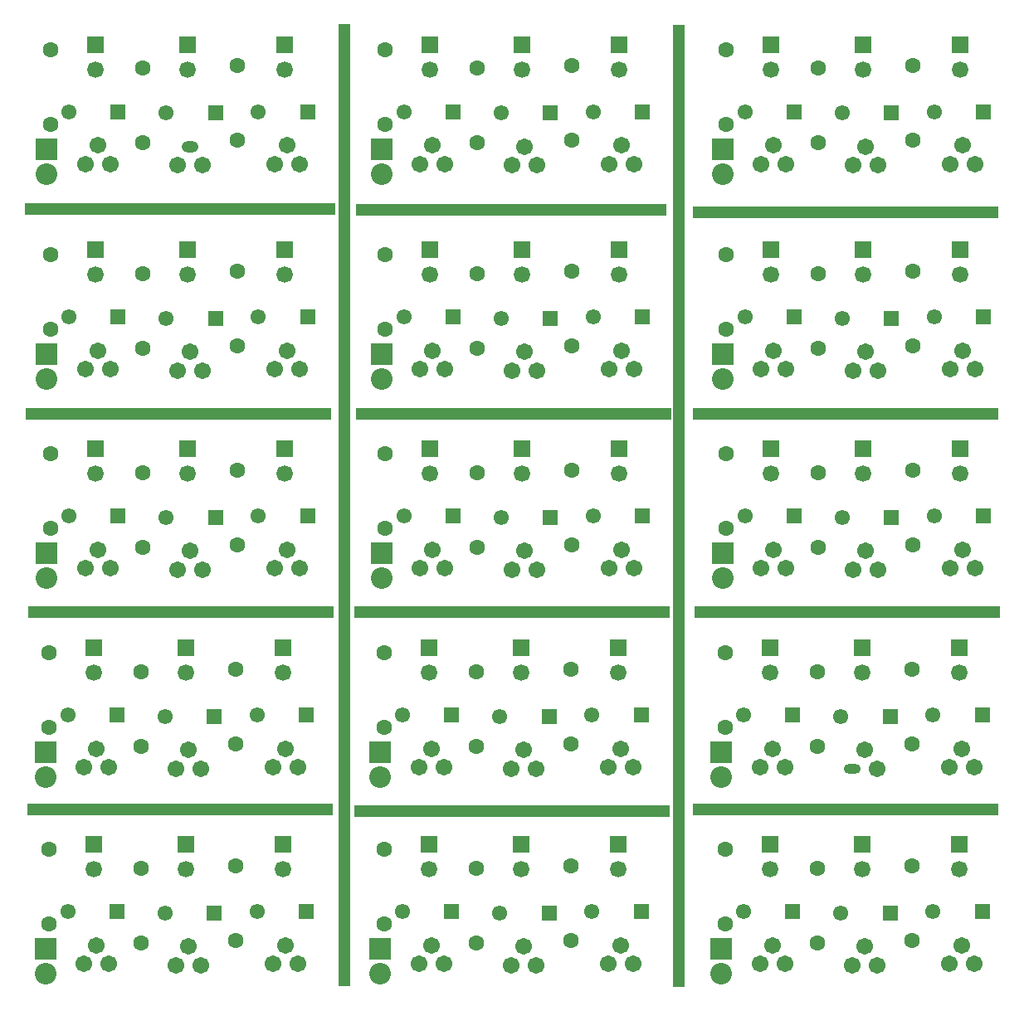
<source format=gts>
G04 Layer_Color=8388736*
%FSLAX25Y25*%
%MOIN*%
G70*
G01*
G75*
%ADD30R,0.04737X3.86627*%
%ADD31C,0.06706*%
%ADD32R,0.06115X0.06115*%
%ADD33C,0.06115*%
%ADD34C,0.08674*%
%ADD35R,0.08674X0.08674*%
%ADD36C,0.06312*%
%ADD37C,0.06627*%
%ADD38R,0.06627X0.06627*%
%ADD39O,0.06706X0.04737*%
%ADD40O,0.06706X0.04000*%
%ADD41R,1.24816X0.04737*%
%ADD42R,1.22847X0.04737*%
%ADD43R,1.26784X0.04737*%
D30*
X265000Y197500D02*
D03*
X130500Y198000D02*
D03*
D31*
X25969Y13500D02*
D03*
X30968Y21000D02*
D03*
X35969Y13500D02*
D03*
X62968Y13000D02*
D03*
X67968Y20500D02*
D03*
X72969Y13000D02*
D03*
X101969Y13500D02*
D03*
X106968Y21000D02*
D03*
X111969Y13500D02*
D03*
X373468D02*
D03*
X378468Y21000D02*
D03*
X383469Y13500D02*
D03*
X334469Y13000D02*
D03*
X339469Y20500D02*
D03*
X344468Y13000D02*
D03*
X297468Y13500D02*
D03*
X302468Y21000D02*
D03*
X307469Y13500D02*
D03*
X236469D02*
D03*
X241469Y21000D02*
D03*
X246468Y13500D02*
D03*
X197468Y13000D02*
D03*
X202468Y20500D02*
D03*
X207469Y13000D02*
D03*
X160468Y13500D02*
D03*
X165469Y21000D02*
D03*
X170468Y13500D02*
D03*
X160968Y335000D02*
D03*
X165969Y342500D02*
D03*
X170968Y335000D02*
D03*
X197968Y334500D02*
D03*
X202969Y342000D02*
D03*
X207968Y334500D02*
D03*
X236968Y335000D02*
D03*
X241968Y342500D02*
D03*
X246969Y335000D02*
D03*
X297969D02*
D03*
X302969Y342500D02*
D03*
X307968Y335000D02*
D03*
X334968Y334500D02*
D03*
X339968Y342000D02*
D03*
X344969Y334500D02*
D03*
X373969Y335000D02*
D03*
X378969Y342500D02*
D03*
X383968Y335000D02*
D03*
X102469D02*
D03*
X107468Y342500D02*
D03*
X112469Y335000D02*
D03*
X63468Y334500D02*
D03*
X73469D02*
D03*
X26469Y335000D02*
D03*
X31468Y342500D02*
D03*
X36468Y335000D02*
D03*
X160968Y252500D02*
D03*
X165969Y260000D02*
D03*
X170968Y252500D02*
D03*
X197968Y252000D02*
D03*
X202969Y259500D02*
D03*
X207968Y252000D02*
D03*
X236968Y252500D02*
D03*
X241968Y260000D02*
D03*
X246969Y252500D02*
D03*
X297969D02*
D03*
X302969Y260000D02*
D03*
X307968Y252500D02*
D03*
X334968Y252000D02*
D03*
X339968Y259500D02*
D03*
X344969Y252000D02*
D03*
X373969Y252500D02*
D03*
X378969Y260000D02*
D03*
X383968Y252500D02*
D03*
X102469D02*
D03*
X107468Y260000D02*
D03*
X112469Y252500D02*
D03*
X63468Y252000D02*
D03*
X68468Y259500D02*
D03*
X73469Y252000D02*
D03*
X26469Y252500D02*
D03*
X31468Y260000D02*
D03*
X36468Y252500D02*
D03*
X160468Y92500D02*
D03*
X165469Y100000D02*
D03*
X170468Y92500D02*
D03*
X197468Y92000D02*
D03*
X202468Y99500D02*
D03*
X207469Y92000D02*
D03*
X236469Y92500D02*
D03*
X241469Y100000D02*
D03*
X246468Y92500D02*
D03*
X297468D02*
D03*
X302468Y100000D02*
D03*
X307469Y92500D02*
D03*
X339469Y99500D02*
D03*
X344468Y92000D02*
D03*
X373468Y92500D02*
D03*
X378468Y100000D02*
D03*
X383469Y92500D02*
D03*
X101969D02*
D03*
X106968Y100000D02*
D03*
X111969Y92500D02*
D03*
X62968Y92000D02*
D03*
X67968Y99500D02*
D03*
X72969Y92000D02*
D03*
X25969Y92500D02*
D03*
X30968Y100000D02*
D03*
X35969Y92500D02*
D03*
X160968Y172500D02*
D03*
X165969Y180000D02*
D03*
X170968Y172500D02*
D03*
X197968Y172000D02*
D03*
X202969Y179500D02*
D03*
X207968Y172000D02*
D03*
X236968Y172500D02*
D03*
X241968Y180000D02*
D03*
X246969Y172500D02*
D03*
X297969D02*
D03*
X302969Y180000D02*
D03*
X307968Y172500D02*
D03*
X334968Y172000D02*
D03*
X339968Y179500D02*
D03*
X344969Y172000D02*
D03*
X373969Y172500D02*
D03*
X378969Y180000D02*
D03*
X383968Y172500D02*
D03*
X102469D02*
D03*
X107468Y180000D02*
D03*
X112469Y172500D02*
D03*
X63468Y172000D02*
D03*
X68468Y179500D02*
D03*
X73469Y172000D02*
D03*
X26469Y172500D02*
D03*
X31468Y180000D02*
D03*
X36468Y172500D02*
D03*
D32*
X39154Y34500D02*
D03*
X78311Y34000D02*
D03*
X115311Y34500D02*
D03*
X386811D02*
D03*
X349811Y34000D02*
D03*
X310653Y34500D02*
D03*
X249811Y34500D02*
D03*
X212811Y34000D02*
D03*
X173653Y34500D02*
D03*
X174153Y356000D02*
D03*
X213311Y355500D02*
D03*
X250311Y356000D02*
D03*
X311154Y356000D02*
D03*
X350311Y355500D02*
D03*
X387311Y356000D02*
D03*
X115811D02*
D03*
X78811Y355500D02*
D03*
X39654Y356000D02*
D03*
X174153Y273500D02*
D03*
X213311Y273000D02*
D03*
X250311Y273500D02*
D03*
X311154Y273500D02*
D03*
X350311Y273000D02*
D03*
X387311Y273500D02*
D03*
X115811D02*
D03*
X78811Y273000D02*
D03*
X39654Y273500D02*
D03*
X173653Y113500D02*
D03*
X212811Y113000D02*
D03*
X249811Y113500D02*
D03*
X310653Y113500D02*
D03*
X349811Y113000D02*
D03*
X386811Y113500D02*
D03*
X115311D02*
D03*
X78311Y113000D02*
D03*
X39154Y113500D02*
D03*
X174153Y193500D02*
D03*
X213311Y193000D02*
D03*
X250311Y193500D02*
D03*
X311154Y193500D02*
D03*
X350311Y193000D02*
D03*
X387311Y193500D02*
D03*
X115811D02*
D03*
X78811Y193000D02*
D03*
X39654Y193500D02*
D03*
D33*
X19468Y34500D02*
D03*
X58626Y34000D02*
D03*
X95626Y34500D02*
D03*
X367126D02*
D03*
X330126Y34000D02*
D03*
X290968Y34500D02*
D03*
X230126Y34500D02*
D03*
X193126Y34000D02*
D03*
X153969Y34500D02*
D03*
X154469Y356000D02*
D03*
X193626Y355500D02*
D03*
X230626Y356000D02*
D03*
X291469Y356000D02*
D03*
X330626Y355500D02*
D03*
X367626Y356000D02*
D03*
X96126D02*
D03*
X59126Y355500D02*
D03*
X19969Y356000D02*
D03*
X154469Y273500D02*
D03*
X193626Y273000D02*
D03*
X230626Y273500D02*
D03*
X291469Y273500D02*
D03*
X330626Y273000D02*
D03*
X367626Y273500D02*
D03*
X96126D02*
D03*
X59126Y273000D02*
D03*
X19969Y273500D02*
D03*
X153969Y113500D02*
D03*
X193126Y113000D02*
D03*
X230126Y113500D02*
D03*
X290968Y113500D02*
D03*
X330126Y113000D02*
D03*
X367126Y113500D02*
D03*
X95626D02*
D03*
X58626Y113000D02*
D03*
X19468Y113500D02*
D03*
X154469Y193500D02*
D03*
X193626Y193000D02*
D03*
X230626Y193500D02*
D03*
X291469Y193500D02*
D03*
X330626Y193000D02*
D03*
X367626Y193500D02*
D03*
X96126D02*
D03*
X59126Y193000D02*
D03*
X19969Y193500D02*
D03*
D34*
X10469Y9500D02*
D03*
X281968D02*
D03*
X144968D02*
D03*
X145468Y331000D02*
D03*
X282469D02*
D03*
X10968D02*
D03*
X145468Y248500D02*
D03*
X282469D02*
D03*
X10968D02*
D03*
X144968Y88500D02*
D03*
X281968D02*
D03*
X10469D02*
D03*
X145468Y168500D02*
D03*
X282469D02*
D03*
X10968D02*
D03*
D35*
X10469Y19500D02*
D03*
X281968D02*
D03*
X144968D02*
D03*
X145468Y341000D02*
D03*
X282469D02*
D03*
X10968D02*
D03*
X145468Y258500D02*
D03*
X282469D02*
D03*
X10968D02*
D03*
X144968Y98500D02*
D03*
X281968D02*
D03*
X10469D02*
D03*
X145468Y178500D02*
D03*
X282469D02*
D03*
X10968D02*
D03*
D36*
X11969Y29500D02*
D03*
Y59500D02*
D03*
X48968Y22000D02*
D03*
Y52000D02*
D03*
X86968Y23000D02*
D03*
Y53000D02*
D03*
X358469Y23000D02*
D03*
Y53000D02*
D03*
X320468Y22000D02*
D03*
Y52000D02*
D03*
X283469Y29500D02*
D03*
Y59500D02*
D03*
X221468Y23000D02*
D03*
Y53000D02*
D03*
X183468Y22000D02*
D03*
Y52000D02*
D03*
X146468Y29500D02*
D03*
Y59500D02*
D03*
X146968Y351000D02*
D03*
Y381000D02*
D03*
X183968Y343500D02*
D03*
Y373500D02*
D03*
X221969Y344500D02*
D03*
Y374500D02*
D03*
X283968Y351000D02*
D03*
Y381000D02*
D03*
X320969Y343500D02*
D03*
Y373500D02*
D03*
X358968Y344500D02*
D03*
Y374500D02*
D03*
X87468Y344500D02*
D03*
Y374500D02*
D03*
X49468Y343500D02*
D03*
Y373500D02*
D03*
X12468Y351000D02*
D03*
Y381000D02*
D03*
X146968Y268500D02*
D03*
Y298500D02*
D03*
X183968Y261000D02*
D03*
Y291000D02*
D03*
X221969Y262000D02*
D03*
Y292000D02*
D03*
X283968Y268500D02*
D03*
Y298500D02*
D03*
X320969Y261000D02*
D03*
Y291000D02*
D03*
X358968Y262000D02*
D03*
Y292000D02*
D03*
X87468Y262000D02*
D03*
Y292000D02*
D03*
X49468Y261000D02*
D03*
Y291000D02*
D03*
X12468Y268500D02*
D03*
Y298500D02*
D03*
X146468Y108500D02*
D03*
Y138500D02*
D03*
X183468Y101000D02*
D03*
Y131000D02*
D03*
X221468Y102000D02*
D03*
Y132000D02*
D03*
X283469Y108500D02*
D03*
Y138500D02*
D03*
X320468Y101000D02*
D03*
Y131000D02*
D03*
X358469Y102000D02*
D03*
Y132000D02*
D03*
X86968Y102000D02*
D03*
Y132000D02*
D03*
X48968Y101000D02*
D03*
Y131000D02*
D03*
X11969Y108500D02*
D03*
Y138500D02*
D03*
X146968Y188500D02*
D03*
Y218500D02*
D03*
X183968Y181000D02*
D03*
Y211000D02*
D03*
X221969Y182000D02*
D03*
Y212000D02*
D03*
X283968Y188500D02*
D03*
Y218500D02*
D03*
X320969Y181000D02*
D03*
Y211000D02*
D03*
X358968Y182000D02*
D03*
Y212000D02*
D03*
X87468Y182000D02*
D03*
Y212000D02*
D03*
X49468Y181000D02*
D03*
Y211000D02*
D03*
X12468Y188500D02*
D03*
Y218500D02*
D03*
D37*
X29969Y51500D02*
D03*
X66969D02*
D03*
X105968D02*
D03*
X377468D02*
D03*
X338469D02*
D03*
X301468D02*
D03*
X240469D02*
D03*
X201468D02*
D03*
X164469D02*
D03*
X164969Y373000D02*
D03*
X201969D02*
D03*
X240968D02*
D03*
X301969D02*
D03*
X338968D02*
D03*
X377969D02*
D03*
X106468D02*
D03*
X67469D02*
D03*
X30468D02*
D03*
X164969Y290500D02*
D03*
X201969D02*
D03*
X240968D02*
D03*
X301969D02*
D03*
X338968D02*
D03*
X377969D02*
D03*
X106468D02*
D03*
X67469D02*
D03*
X30468D02*
D03*
X164469Y130500D02*
D03*
X201468D02*
D03*
X240469D02*
D03*
X301468D02*
D03*
X338469D02*
D03*
X377468D02*
D03*
X105968D02*
D03*
X66969D02*
D03*
X29969D02*
D03*
X164969Y210500D02*
D03*
X201969D02*
D03*
X240968D02*
D03*
X301969D02*
D03*
X338968D02*
D03*
X377969D02*
D03*
X106468D02*
D03*
X67469D02*
D03*
X30468D02*
D03*
D38*
X29969Y61500D02*
D03*
X66969D02*
D03*
X105968D02*
D03*
X377468D02*
D03*
X338469D02*
D03*
X301468D02*
D03*
X240469D02*
D03*
X201468D02*
D03*
X164469D02*
D03*
X164969Y383000D02*
D03*
X201969D02*
D03*
X240968D02*
D03*
X301969D02*
D03*
X338968D02*
D03*
X377969D02*
D03*
X106468D02*
D03*
X67469D02*
D03*
X30468D02*
D03*
X164969Y300500D02*
D03*
X201969D02*
D03*
X240968D02*
D03*
X301969D02*
D03*
X338968D02*
D03*
X377969D02*
D03*
X106468D02*
D03*
X67469D02*
D03*
X30468D02*
D03*
X164469Y140500D02*
D03*
X201468D02*
D03*
X240469D02*
D03*
X301468D02*
D03*
X338469D02*
D03*
X377468D02*
D03*
X105968D02*
D03*
X66969D02*
D03*
X29969D02*
D03*
X164969Y220500D02*
D03*
X201969D02*
D03*
X240968D02*
D03*
X301969D02*
D03*
X338968D02*
D03*
X377969D02*
D03*
X106468D02*
D03*
X67469D02*
D03*
X30468D02*
D03*
D39*
X68468Y342000D02*
D03*
D40*
X334469Y92000D02*
D03*
D41*
X64500Y317000D02*
D03*
X197500Y316500D02*
D03*
D42*
X64000Y234500D02*
D03*
X65000Y155000D02*
D03*
X64500Y75500D02*
D03*
X332000D02*
D03*
X332500Y155000D02*
D03*
X332000Y234500D02*
D03*
Y315500D02*
D03*
D43*
X198500Y234500D02*
D03*
X198000Y155000D02*
D03*
Y75000D02*
D03*
M02*

</source>
